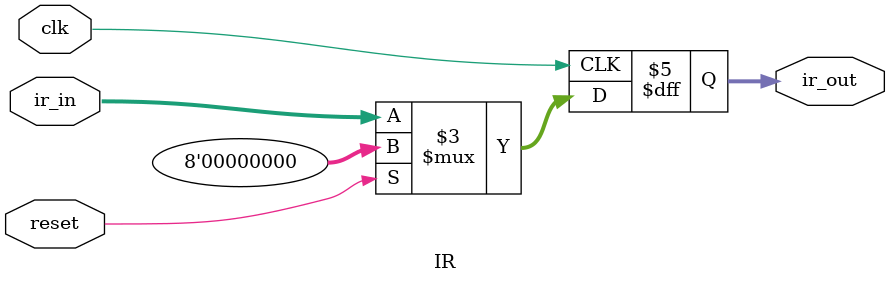
<source format=v>
module IR(	clk,
	reset,
	ir_in,
	ir_out
);
input reset, clk;
input [7:0] ir_in;
output reg [7:0] ir_out;

always @(posedge clk) 
		if (reset)
			ir_out <= 0;
		else
			ir_out <= ir_in;
endmodule
</source>
